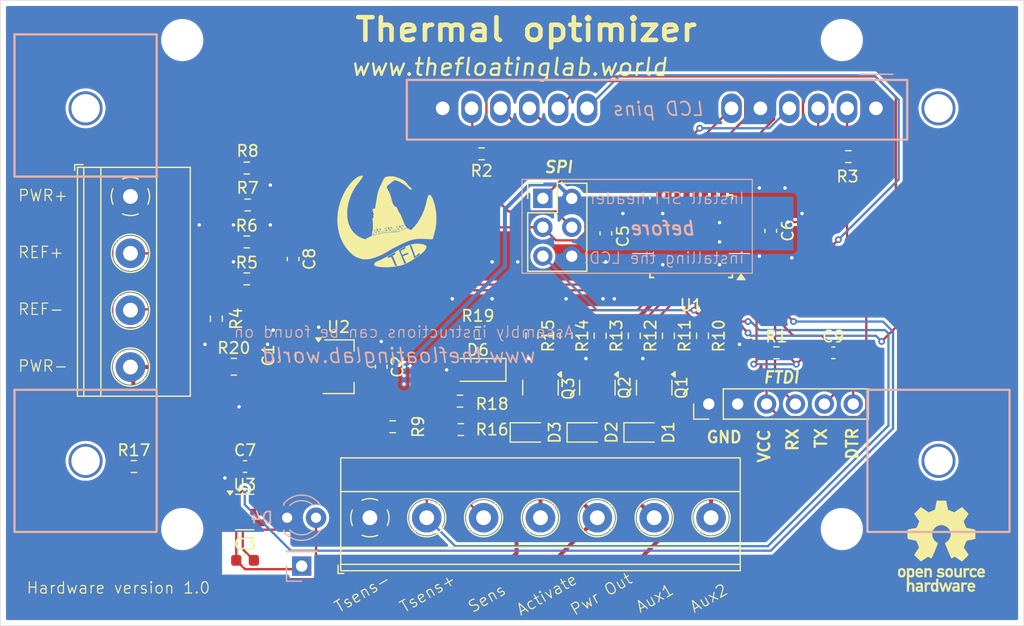
<source format=kicad_pcb>
(kicad_pcb
	(version 20240108)
	(generator "pcbnew")
	(generator_version "8.0")
	(general
		(thickness 1.6)
		(legacy_teardrops no)
	)
	(paper "A4")
	(layers
		(0 "F.Cu" signal)
		(31 "B.Cu" signal)
		(32 "B.Adhes" user "B.Adhesive")
		(33 "F.Adhes" user "F.Adhesive")
		(34 "B.Paste" user)
		(35 "F.Paste" user)
		(36 "B.SilkS" user "B.Silkscreen")
		(37 "F.SilkS" user "F.Silkscreen")
		(38 "B.Mask" user)
		(39 "F.Mask" user)
		(40 "Dwgs.User" user "User.Drawings")
		(41 "Cmts.User" user "User.Comments")
		(42 "Eco1.User" user "User.Eco1")
		(43 "Eco2.User" user "User.Eco2")
		(44 "Edge.Cuts" user)
		(45 "Margin" user)
		(46 "B.CrtYd" user "B.Courtyard")
		(47 "F.CrtYd" user "F.Courtyard")
		(48 "B.Fab" user)
		(49 "F.Fab" user)
		(50 "User.1" user)
		(51 "User.2" user)
		(52 "User.3" user)
		(53 "User.4" user)
		(54 "User.5" user)
		(55 "User.6" user)
		(56 "User.7" user)
		(57 "User.8" user)
		(58 "User.9" user)
	)
	(setup
		(pad_to_mask_clearance 0)
		(allow_soldermask_bridges_in_footprints no)
		(pcbplotparams
			(layerselection 0x00010fc_ffffffff)
			(plot_on_all_layers_selection 0x0000000_00000000)
			(disableapertmacros no)
			(usegerberextensions yes)
			(usegerberattributes no)
			(usegerberadvancedattributes no)
			(creategerberjobfile no)
			(dashed_line_dash_ratio 12.000000)
			(dashed_line_gap_ratio 3.000000)
			(svgprecision 4)
			(plotframeref no)
			(viasonmask no)
			(mode 1)
			(useauxorigin no)
			(hpglpennumber 1)
			(hpglpenspeed 20)
			(hpglpendiameter 15.000000)
			(pdf_front_fp_property_popups yes)
			(pdf_back_fp_property_popups yes)
			(dxfpolygonmode yes)
			(dxfimperialunits yes)
			(dxfusepcbnewfont yes)
			(psnegative no)
			(psa4output no)
			(plotreference yes)
			(plotvalue yes)
			(plotfptext yes)
			(plotinvisibletext no)
			(sketchpadsonfab no)
			(subtractmaskfromsilk yes)
			(outputformat 1)
			(mirror no)
			(drillshape 0)
			(scaleselection 1)
			(outputdirectory "")
		)
	)
	(net 0 "")
	(net 1 "Net-(J7-Pin_3)")
	(net 2 "Net-(J7-Pin_2)")
	(net 3 "Net-(D3-A)")
	(net 4 "Net-(D1-A)")
	(net 5 "Net-(D2-A)")
	(net 6 "Net-(D4-K)")
	(net 7 "Net-(D1-K)")
	(net 8 "Net-(J4-Pin_2)")
	(net 9 "Net-(J4-Pin_3)")
	(net 10 "Net-(U2-VIN)")
	(net 11 "Net-(U1-PB2)")
	(net 12 "Net-(J1-Pin_2)")
	(net 13 "Net-(J1-Pin_5)")
	(net 14 "Net-(J1-Pin_4)")
	(net 15 "Net-(M1-Backlight_+)")
	(net 16 "Net-(M1-Contrast)")
	(net 17 "Net-(U1-PC1)")
	(net 18 "Net-(U1-PC0)")
	(net 19 "Net-(Q1-G)")
	(net 20 "Net-(U1-PC3)")
	(net 21 "Net-(Q2-G)")
	(net 22 "Net-(Q3-G)")
	(net 23 "Net-(U1-PC4)")
	(net 24 "Net-(D6-K)")
	(net 25 "Net-(D4-A)")
	(net 26 "Net-(J1-Pin_3)")
	(net 27 "Net-(J1-Pin_1)")
	(net 28 "Net-(J2-Pin_1)")
	(net 29 "unconnected-(U3-Toggle-Pad6)")
	(net 30 "Net-(U1-PD2)")
	(net 31 "Net-(J5-Pin_5)")
	(net 32 "Net-(U1-AREF)")
	(net 33 "unconnected-(U1-XTAL1{slash}PB6-Pad7)")
	(net 34 "Net-(J5-Pin_4)")
	(net 35 "Net-(M1-D5)")
	(net 36 "Net-(M1-D6)")
	(net 37 "unconnected-(U1-XTAL2{slash}PB7-Pad8)")
	(net 38 "Net-(M1-D7)")
	(net 39 "Net-(M1-D4)")
	(net 40 "Net-(M1-EN)")
	(net 41 "Net-(M1-RS)")
	(net 42 "Net-(J5-Pin_6)")
	(net 43 "unconnected-(U1-PD3-Pad1)")
	(footprint "Capacitor_SMD:C_0603_1608Metric" (layer "F.Cu") (at 153 79.25 -90))
	(footprint "Diode_SMD:D_SOD-323" (layer "F.Cu") (at 178.7 94.5))
	(footprint "Resistor_SMD:R_0603_1608Metric" (layer "F.Cu") (at 148.925 71.25 180))
	(footprint "Symbol:OSHW-Logo_7.5x8mm_SilkScreen" (layer "F.Cu") (at 210 104.5))
	(footprint "Capacitor_SMD:C_0603_1608Metric" (layer "F.Cu") (at 148.775 105.75))
	(footprint "Connector_PinHeader_2.54mm:PinHeader_1x06_P2.54mm_Vertical" (layer "F.Cu") (at 189.55 92 90))
	(footprint "Capacitor_SMD:C_0603_1608Metric" (layer "F.Cu") (at 160.75 88.725 -90))
	(footprint "Capacitor_SMD:C_0805_2012Metric" (layer "F.Cu") (at 152.5 87.725 90))
	(footprint "Package_QFP:TQFP-32_7x7mm_P0.8mm" (layer "F.Cu") (at 188 77.25 180))
	(footprint "logos:tfl-logo09mm" (layer "F.Cu") (at 161.25 76))
	(footprint "MountingHole:MountingHole_3.2mm_M3_DIN965" (layer "F.Cu") (at 143.25 60))
	(footprint "Resistor_SMD:R_0603_1608Metric" (layer "F.Cu") (at 148.925 81))
	(footprint "Resistor_SMD:R_0603_1608Metric" (layer "F.Cu") (at 186 86 -90))
	(footprint "TerminalBlock_Phoenix:TerminalBlock_Phoenix_MKDS-1,5-4_1x04_P5.00mm_Horizontal" (layer "F.Cu") (at 138.695 73.75 -90))
	(footprint "Resistor_SMD:R_0603_1608Metric" (layer "F.Cu") (at 167.675 91.75 180))
	(footprint "Capacitor_SMD:C_0603_1608Metric" (layer "F.Cu") (at 180.5 77 90))
	(footprint "Resistor_SMD:R_0603_1608Metric" (layer "F.Cu") (at 148.925 77.75))
	(footprint "MountingHole:MountingHole_3.2mm_M3_DIN965" (layer "F.Cu") (at 201.25 103))
	(footprint "Resistor_SMD:R_0603_1608Metric" (layer "F.Cu") (at 180 86 -90))
	(footprint "Capacitor_SMD:C_0603_1608Metric" (layer "F.Cu") (at 148.775 97.5))
	(footprint "Resistor_SMD:R_0603_1608Metric" (layer "F.Cu") (at 183 86 -90))
	(footprint "Diode_SMD:D_SOD-323" (layer "F.Cu") (at 173.7 94.5))
	(footprint "Connector_PinHeader_2.54mm:PinHeader_2x03_P2.54mm_Vertical"
		(layer "F.Cu")
		(uuid "77aaad20-5b7b-4011-84a3-a25b9ed77044")
		(at 174.96 73.92)
		(descr "Through hole straight pin header, 2x03, 2.54mm pitch, double rows")
		(tags "Through hole pin header THT 2x03 2.54mm double row")
		(property "Reference" "J1"
			(at 1.27 -2.33 0)
			(layer "F.SilkS")
			(hide yes)
			(uuid "18089856-14f3-432f-b018-024de98a2c16")
			(effects
				(font
					(size 1 1)
					(thickness 0.15)
				)
			)
		)
		(property "Value" "ISP"
			(at 1.27 7.41 0)
			(layer "F.Fab")
			(uuid "0838752f-647c-4ac7-b261-3c46d9976d34")
			(effects
				(font
					(size 1 1)
					(thickness 0.15)
				)
			)
		)
		(property "Footprint" "Connector_PinHeader_2.54mm:PinHeader_2x03_P2.54mm_Vertical"
			(at 0 0 0)
			(unlocked yes)
			(layer "F.Fab")
			(hide yes)
			(uuid "04537cc6-c94b-4459-97e4-0c4faef94a15")
			(effects
				(font
					(size 1.27 1.27)
				)
			)
		)
		(property "Datasheet" ""
			(at 0 0 0)
			(unlocked yes)
			(layer "F.Fab")
			(hide yes)
			(uuid "85b13362-5e1d-473c-b7a1-70d23e16411e")
			(effects
				(font
					(size 1.27 1.27)
				)
			)
		)
		(property "Description" "Generic connector, double row, 02x03, odd/even pin numbering scheme (row 1 odd numbers, row 2 even numbers), script generated (kicad-library-utils/schlib/autogen/connector/)"
			(at 0 0 0)
			(unlocked yes)
			(layer "F.Fab")
			(hide yes)
			(uuid "928d05bd-9e57-4485-b280-af7671edc9ac")
			(effects
				(font
					(size 1.27 1.27)
				)
			)
		)
		(property ki_fp_filters "Connector*:*_2x??_*")
		(path "/429e7a56-7993-4713-9e31-11a0a5a77ce4")
		(sheetname "Root")
		(sheetfile "Optimizer_1button.kicad_sch")
		(attr through_hole exclude_from_bom)
		(fp_line
			(start -1.33 -1.33)
			(end 0 -1.33)
			(stroke
				(width 0.12)
				(type solid)
			)
			(layer "F.SilkS")
			(uuid "a3e2b2bd-bccd-46f0-ba9f-4b17dfa8747a")
		)
		(fp_line
			(start -1.33 0)
			(end -1.33 -1.33)
			(stroke
				(width 0.12)
				(type solid)
			)
			(layer "F.SilkS")
			(uuid "7111421b-c9c4-44bf-92cc-f7ced565235e")
		)
		(fp_line
			(start -1.33 1.27)
			(end -1.33 6.41)
			(stroke
				(width 0.12)
				(type solid)
			)
			(layer "F.SilkS")
			(uuid "011e4538-bae9-43a7-bf7b-ac20dae626b4")
		)
		(fp_line
			(start -1.33 1.27)
			(end 1.27 1.27)
			(stroke
				(width 0.12)
				(type solid)
			)
			(layer "F.SilkS")
			(uuid "de709b25-893a-4be4-a6a4-01f5e858e0ba")
		)
		(fp_line
			(start -1.33 6.41)
			(end 3.87 6.41)
			(stroke
				(width 0.12)
				(type solid)
			)
			(layer "F.SilkS")
			(uuid "9cefa025-bd5e-4d0e-813b-933ceb5cc253")
		)
		(fp_line
			(start 1.27 -1.33)
			(end 3.87 -1.33)
			(stroke
				(width 0.12)
				(type solid)
			)
			(layer "F.SilkS")
			(uuid "6318ecb5-ea72-4b78-8e3e-c8732bd514fe")
		)
		(fp_line
			(start 1.27 1.27)
			(end 1.27 -1.33)
			(stroke
				(width 0.12)
				(type solid)
			)
			(layer "F.SilkS")
			(uuid "de060507-a723-4a2e-b377-a53d5b4bfb59")
		)
		(fp_line
			(start 3.87 -1.33)
			(end 3.87 6.41)
			(stroke
				(width 0.12)
				(type solid)
			)
			(layer "F.SilkS")
			(uuid "fb62f137-bc35-469e-bff0-ce1c278a2018")
		)
		(fp_line
			(start -1.8 -1.8)
			(end -1.8 6.85)
			(stroke
				(width 0.05)
				(type solid)
			)
			(layer "F.CrtYd")
			(uuid "18edb730-4197-477d-ae01-2b95a173911a")
		)
		(fp_line
			(start -1.8 6.85)
			(end 4.35 6.85)
			(stroke
				(width 0.05)
				(type solid)
			)
			(layer "F.CrtYd")
			(uuid "e4f3fe47-470d-435b-9606-82b5ec2ae676")
		)
		(fp_line
			(start 4.35 -1.8)
			(end -1.8 -1.8)
			(stroke
				(width 0.05)
				(type solid)
			)
			(layer "F.CrtYd")
			(uuid "a91534ab-d61c-4864-8307-0d45f70649bb")
		)
		(fp_line
			(start 4.35 6.85)
			(end 4.35 -1.8)
			(stroke
				(width 0.05)
				(type solid)
			)
			(layer "F.CrtYd")
			(uuid "6ab471f7-eff9-4c7b-819b-8b4d929233a9")
		)
		(fp_line
			(start -1.27 0)
			(end 0 -1.27)
			(stroke
				(width 0.1)
				(type solid)
			)
			(layer "F.Fab")
			(uuid "aec873ec-17bd-4e80-a0d4-477ae000553d")
		)
		(fp_line
			(start -1.27 6.35)
			(end -1.27 0)
			(stroke
				(width 0.1)
				(type solid)
			)
			(layer "F.Fab")
			(uuid "a2b55f2d-e126-4446-b9dc-2e430eb25612")
		)
		(fp_line
			(start 0 -1.27)
			(end 3.81 -1.27)
			(stroke
				(width 0.1)
				(type solid)
			)
			(layer "F.Fab")
			(uuid "d8a3c2db-afc2-404f-ad97-c539255d826c")
		)
		(fp_line
			(start 3.81 -1.27)
			(end 3.81 6.35)
			(stroke
				(width 0.1)
				(type solid)
			)
			(layer "F.Fab")
			(uuid "f57fe9ca-ff96-41f3-9588-b9895675008f")
		)
		(fp_line
			(start 3.81 6.35)
			(end -1.27 6.35)
			(stroke
				(width 0.1)
				(type solid)
			)
			(layer "F.Fab")
			(uuid "c481f319-5aec-4110-b188-7ad343083bec")
		)
		(fp_text user "${REFERENCE}"
			(at 1.27 2.54 90)
			(layer "F.Fab")
			(uuid "2347a358-4c01-4
... [392934 chars truncated]
</source>
